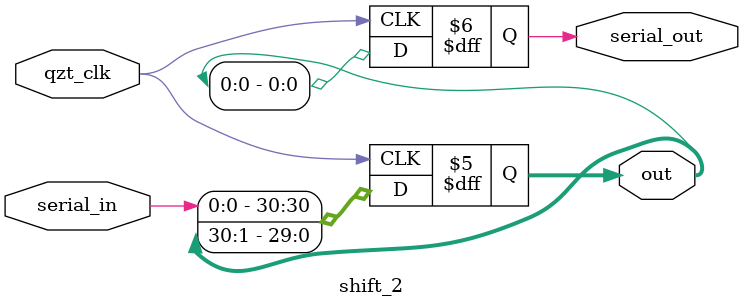
<source format=v>
`timescale 1ns / 1ps

module	shift_2(	qzt_clk,
						serial_in,
//						set,
//						presetValue,
						out,
						serial_out);

input		qzt_clk;
input		serial_in;
//input		set;
//input		[30:0]	presetValue;

output	[30:0]	out;
output	serial_out;

reg	[30:0]out= 31'b0100111001100010001000110001001;
reg	serial_out=0;



always @(posedge qzt_clk) begin

//	if (set) begin
//		out= presetValue;
//		serial_out=out[0];
//	end 
//	else 
//		begin
			serial_out=out[0];
			out[30:0]= (out>>1);
			out[30]=serial_in;
//		end
end

endmodule


</source>
